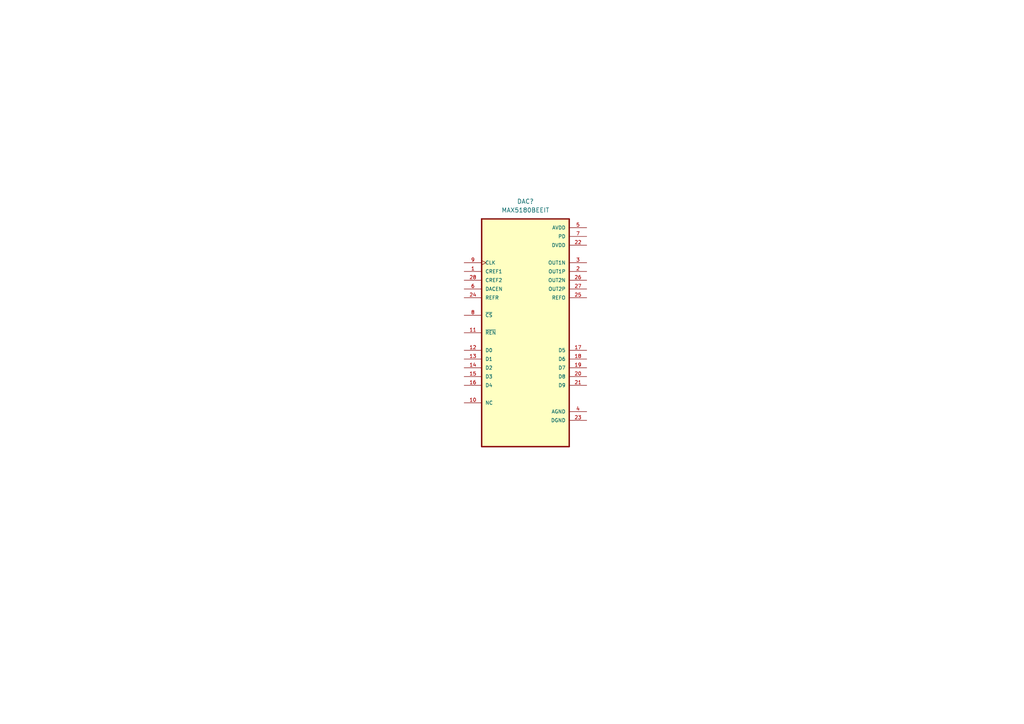
<source format=kicad_sch>
(kicad_sch (version 20211123) (generator eeschema)

  (uuid e4d78091-129d-4550-8c69-873f01a20033)

  (paper "A4")

  (lib_symbols
    (symbol "local_library:MAX5180BEEIT" (pin_names (offset 1.016)) (in_bom yes) (on_board yes)
      (property "Reference" "U" (id 0) (at -12.7 34.02 0)
        (effects (font (size 1.27 1.27)) (justify left bottom))
      )
      (property "Value" "MAX5180BEEIT" (id 1) (at -12.7 -37.02 0)
        (effects (font (size 1.27 1.27)) (justify left bottom))
      )
      (property "Footprint" "SOP63P602X175-28N" (id 2) (at 0 0 0)
        (effects (font (size 1.27 1.27)) (justify bottom) hide)
      )
      (property "Datasheet" "" (id 3) (at 0 0 0)
        (effects (font (size 1.27 1.27)) hide)
      )
      (symbol "MAX5180BEEIT_0_0"
        (rectangle (start -12.7 -33.02) (end 12.7 33.02)
          (stroke (width 0.41) (type default) (color 0 0 0 0))
          (fill (type background))
        )
        (pin input line (at -17.78 17.78 0) (length 5.08)
          (name "CREF1" (effects (font (size 1.016 1.016))))
          (number "1" (effects (font (size 1.016 1.016))))
        )
        (pin bidirectional line (at -17.78 -20.32 0) (length 5.08)
          (name "NC" (effects (font (size 1.016 1.016))))
          (number "10" (effects (font (size 1.016 1.016))))
        )
        (pin bidirectional line (at -17.78 0 0) (length 5.08)
          (name "~{REN}" (effects (font (size 1.016 1.016))))
          (number "11" (effects (font (size 1.016 1.016))))
        )
        (pin bidirectional line (at -17.78 -5.08 0) (length 5.08)
          (name "D0" (effects (font (size 1.016 1.016))))
          (number "12" (effects (font (size 1.016 1.016))))
        )
        (pin bidirectional line (at -17.78 -7.62 0) (length 5.08)
          (name "D1" (effects (font (size 1.016 1.016))))
          (number "13" (effects (font (size 1.016 1.016))))
        )
        (pin bidirectional line (at -17.78 -10.16 0) (length 5.08)
          (name "D2" (effects (font (size 1.016 1.016))))
          (number "14" (effects (font (size 1.016 1.016))))
        )
        (pin bidirectional line (at -17.78 -12.7 0) (length 5.08)
          (name "D3" (effects (font (size 1.016 1.016))))
          (number "15" (effects (font (size 1.016 1.016))))
        )
        (pin bidirectional line (at -17.78 -15.24 0) (length 5.08)
          (name "D4" (effects (font (size 1.016 1.016))))
          (number "16" (effects (font (size 1.016 1.016))))
        )
        (pin bidirectional line (at 17.78 -5.08 180) (length 5.08)
          (name "D5" (effects (font (size 1.016 1.016))))
          (number "17" (effects (font (size 1.016 1.016))))
        )
        (pin bidirectional line (at 17.78 -7.62 180) (length 5.08)
          (name "D6" (effects (font (size 1.016 1.016))))
          (number "18" (effects (font (size 1.016 1.016))))
        )
        (pin bidirectional line (at 17.78 -10.16 180) (length 5.08)
          (name "D7" (effects (font (size 1.016 1.016))))
          (number "19" (effects (font (size 1.016 1.016))))
        )
        (pin output line (at 17.78 17.78 180) (length 5.08)
          (name "OUT1P" (effects (font (size 1.016 1.016))))
          (number "2" (effects (font (size 1.016 1.016))))
        )
        (pin bidirectional line (at 17.78 -12.7 180) (length 5.08)
          (name "D8" (effects (font (size 1.016 1.016))))
          (number "20" (effects (font (size 1.016 1.016))))
        )
        (pin bidirectional line (at 17.78 -15.24 180) (length 5.08)
          (name "D9" (effects (font (size 1.016 1.016))))
          (number "21" (effects (font (size 1.016 1.016))))
        )
        (pin power_in line (at 17.78 25.4 180) (length 5.08)
          (name "DVDD" (effects (font (size 1.016 1.016))))
          (number "22" (effects (font (size 1.016 1.016))))
        )
        (pin power_in line (at 17.78 -25.4 180) (length 5.08)
          (name "DGND" (effects (font (size 1.016 1.016))))
          (number "23" (effects (font (size 1.016 1.016))))
        )
        (pin input line (at -17.78 10.16 0) (length 5.08)
          (name "REFR" (effects (font (size 1.016 1.016))))
          (number "24" (effects (font (size 1.016 1.016))))
        )
        (pin output line (at 17.78 10.16 180) (length 5.08)
          (name "REFO" (effects (font (size 1.016 1.016))))
          (number "25" (effects (font (size 1.016 1.016))))
        )
        (pin output line (at 17.78 15.24 180) (length 5.08)
          (name "OUT2N" (effects (font (size 1.016 1.016))))
          (number "26" (effects (font (size 1.016 1.016))))
        )
        (pin output line (at 17.78 12.7 180) (length 5.08)
          (name "OUT2P" (effects (font (size 1.016 1.016))))
          (number "27" (effects (font (size 1.016 1.016))))
        )
        (pin input line (at -17.78 15.24 0) (length 5.08)
          (name "CREF2" (effects (font (size 1.016 1.016))))
          (number "28" (effects (font (size 1.016 1.016))))
        )
        (pin output line (at 17.78 20.32 180) (length 5.08)
          (name "OUT1N" (effects (font (size 1.016 1.016))))
          (number "3" (effects (font (size 1.016 1.016))))
        )
        (pin power_in line (at 17.78 -22.86 180) (length 5.08)
          (name "AGND" (effects (font (size 1.016 1.016))))
          (number "4" (effects (font (size 1.016 1.016))))
        )
        (pin power_in line (at 17.78 30.48 180) (length 5.08)
          (name "AVDD" (effects (font (size 1.016 1.016))))
          (number "5" (effects (font (size 1.016 1.016))))
        )
        (pin input line (at -17.78 12.7 0) (length 5.08)
          (name "DACEN" (effects (font (size 1.016 1.016))))
          (number "6" (effects (font (size 1.016 1.016))))
        )
        (pin power_in line (at 17.78 27.94 180) (length 5.08)
          (name "PD" (effects (font (size 1.016 1.016))))
          (number "7" (effects (font (size 1.016 1.016))))
        )
        (pin bidirectional line (at -17.78 5.08 0) (length 5.08)
          (name "~{CS}" (effects (font (size 1.016 1.016))))
          (number "8" (effects (font (size 1.016 1.016))))
        )
        (pin input clock (at -17.78 20.32 0) (length 5.08)
          (name "CLK" (effects (font (size 1.016 1.016))))
          (number "9" (effects (font (size 1.016 1.016))))
        )
      )
    )
  )


  (symbol (lib_id "local_library:MAX5180BEEIT") (at 152.4 96.52 0) (unit 1)
    (in_bom yes) (on_board yes) (fields_autoplaced)
    (uuid c514767f-a4d4-47ac-915f-85487c99d64c)
    (property "Reference" "DAC?" (id 0) (at 152.4 58.42 0))
    (property "Value" "MAX5180BEEIT" (id 1) (at 152.4 60.96 0))
    (property "Footprint" "SOP63P602X175-28N" (id 2) (at 152.4 96.52 0)
      (effects (font (size 1.27 1.27)) (justify bottom) hide)
    )
    (property "Datasheet" "" (id 3) (at 152.4 96.52 0)
      (effects (font (size 1.27 1.27)) hide)
    )
    (pin "1" (uuid 700ee417-d205-4437-affb-773b2e9159c1))
    (pin "10" (uuid 19a172c7-af8f-4649-b866-1c4208d0c0ee))
    (pin "11" (uuid 0df1ce9e-848e-4487-a21e-ea807a611963))
    (pin "12" (uuid d5dc399f-72e4-46e4-ae3b-2e99d4297fce))
    (pin "13" (uuid 0c15a082-90d6-4a3c-bf0d-5c133fdbe293))
    (pin "14" (uuid 23fb49ac-f065-40b5-aaf1-7e3fa35f7a06))
    (pin "15" (uuid 24a7bf59-86c5-456d-b6f8-b969edb53499))
    (pin "16" (uuid 8598d708-5d9f-40b8-9285-365c011e89c8))
    (pin "17" (uuid b6c04cde-def6-4c70-982b-2de4a22cb263))
    (pin "18" (uuid 2b3f5107-c0f3-489b-b0c6-2f2d352dc17d))
    (pin "19" (uuid 83ed4397-df0b-4b08-8ef7-9fb16ed2a573))
    (pin "2" (uuid 76b9845a-009b-4b06-8aa8-df6bccc49aeb))
    (pin "20" (uuid 1118d923-55bf-4bb8-a217-f12aa464bb9c))
    (pin "21" (uuid 5898cbef-12a5-4793-aee7-337cc06fdcad))
    (pin "22" (uuid 3e715902-89ec-4a48-aedd-9dd627644113))
    (pin "23" (uuid 45e79619-0d3e-4bbf-924a-59784a38cb6f))
    (pin "24" (uuid a903a25f-468b-41f9-90c6-e3be728eb47d))
    (pin "25" (uuid 5b7454fd-87e3-4505-9e25-b6c42c84a052))
    (pin "26" (uuid aa7c0caf-945f-462f-8def-a5836ec52cb9))
    (pin "27" (uuid 0a2735cf-0445-4dc7-a4a1-8d63d24e2260))
    (pin "28" (uuid a0535be8-c3e2-4438-99b8-9837f14b42d0))
    (pin "3" (uuid 3b23b1bb-4037-44f3-8936-e2ed0292f4c6))
    (pin "4" (uuid 85583931-20c7-4d06-b443-de061c80edeb))
    (pin "5" (uuid 55c8fcdd-bc0f-42f9-b3d3-ee2d59d6631d))
    (pin "6" (uuid de7abb7c-0154-4f39-a0f2-71ae69a5b781))
    (pin "7" (uuid ce95e2ae-b6e8-4e93-a1dd-e486336044b2))
    (pin "8" (uuid bf3c9cc0-c682-4da9-95f6-f6adab8e0cf6))
    (pin "9" (uuid e7a4fc44-888b-467e-8613-49fac0526518))
  )
)

</source>
